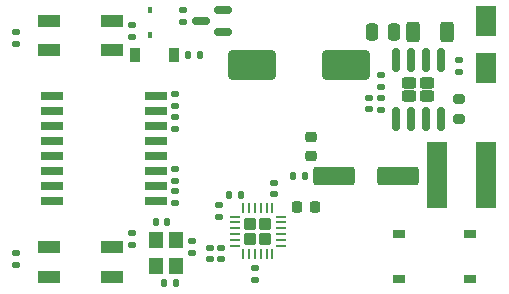
<source format=gtp>
G04 #@! TF.GenerationSoftware,KiCad,Pcbnew,(6.0.8)*
G04 #@! TF.CreationDate,2022-10-23T18:16:56+02:00*
G04 #@! TF.ProjectId,ethernet-pmod,65746865-726e-4657-942d-706d6f642e6b,rev?*
G04 #@! TF.SameCoordinates,Original*
G04 #@! TF.FileFunction,Paste,Top*
G04 #@! TF.FilePolarity,Positive*
%FSLAX46Y46*%
G04 Gerber Fmt 4.6, Leading zero omitted, Abs format (unit mm)*
G04 Created by KiCad (PCBNEW (6.0.8)) date 2022-10-23 18:16:56*
%MOMM*%
%LPD*%
G01*
G04 APERTURE LIST*
G04 Aperture macros list*
%AMRoundRect*
0 Rectangle with rounded corners*
0 $1 Rounding radius*
0 $2 $3 $4 $5 $6 $7 $8 $9 X,Y pos of 4 corners*
0 Add a 4 corners polygon primitive as box body*
4,1,4,$2,$3,$4,$5,$6,$7,$8,$9,$2,$3,0*
0 Add four circle primitives for the rounded corners*
1,1,$1+$1,$2,$3*
1,1,$1+$1,$4,$5*
1,1,$1+$1,$6,$7*
1,1,$1+$1,$8,$9*
0 Add four rect primitives between the rounded corners*
20,1,$1+$1,$2,$3,$4,$5,0*
20,1,$1+$1,$4,$5,$6,$7,0*
20,1,$1+$1,$6,$7,$8,$9,0*
20,1,$1+$1,$8,$9,$2,$3,0*%
G04 Aperture macros list end*
%ADD10RoundRect,0.140000X-0.140000X-0.170000X0.140000X-0.170000X0.140000X0.170000X-0.140000X0.170000X0*%
%ADD11RoundRect,0.140000X0.170000X-0.140000X0.170000X0.140000X-0.170000X0.140000X-0.170000X-0.140000X0*%
%ADD12RoundRect,0.200000X0.275000X-0.200000X0.275000X0.200000X-0.275000X0.200000X-0.275000X-0.200000X0*%
%ADD13RoundRect,0.135000X-0.185000X0.135000X-0.185000X-0.135000X0.185000X-0.135000X0.185000X0.135000X0*%
%ADD14RoundRect,0.140000X0.140000X0.170000X-0.140000X0.170000X-0.140000X-0.170000X0.140000X-0.170000X0*%
%ADD15RoundRect,0.150000X0.587500X0.150000X-0.587500X0.150000X-0.587500X-0.150000X0.587500X-0.150000X0*%
%ADD16RoundRect,0.250000X-1.750000X-1.000000X1.750000X-1.000000X1.750000X1.000000X-1.750000X1.000000X0*%
%ADD17RoundRect,0.250000X1.500000X0.550000X-1.500000X0.550000X-1.500000X-0.550000X1.500000X-0.550000X0*%
%ADD18RoundRect,0.135000X0.135000X0.185000X-0.135000X0.185000X-0.135000X-0.185000X0.135000X-0.185000X0*%
%ADD19R,1.800000X2.500000*%
%ADD20RoundRect,0.218750X0.218750X0.256250X-0.218750X0.256250X-0.218750X-0.256250X0.218750X-0.256250X0*%
%ADD21RoundRect,0.135000X0.185000X-0.135000X0.185000X0.135000X-0.185000X0.135000X-0.185000X-0.135000X0*%
%ADD22RoundRect,0.140000X-0.170000X0.140000X-0.170000X-0.140000X0.170000X-0.140000X0.170000X0.140000X0*%
%ADD23RoundRect,0.218750X0.256250X-0.218750X0.256250X0.218750X-0.256250X0.218750X-0.256250X-0.218750X0*%
%ADD24R,1.875000X1.050000*%
%ADD25R,1.800000X5.700000*%
%ADD26R,1.905000X0.635000*%
%ADD27RoundRect,0.250000X-0.312500X-0.625000X0.312500X-0.625000X0.312500X0.625000X-0.312500X0.625000X0*%
%ADD28R,1.000000X0.750000*%
%ADD29R,0.900000X1.200000*%
%ADD30RoundRect,0.240000X-0.385000X0.240000X-0.385000X-0.240000X0.385000X-0.240000X0.385000X0.240000X0*%
%ADD31RoundRect,0.150000X-0.150000X0.825000X-0.150000X-0.825000X0.150000X-0.825000X0.150000X0.825000X0*%
%ADD32RoundRect,0.250000X-0.275000X-0.275000X0.275000X-0.275000X0.275000X0.275000X-0.275000X0.275000X0*%
%ADD33RoundRect,0.062500X-0.350000X-0.062500X0.350000X-0.062500X0.350000X0.062500X-0.350000X0.062500X0*%
%ADD34RoundRect,0.062500X-0.062500X-0.350000X0.062500X-0.350000X0.062500X0.350000X-0.062500X0.350000X0*%
%ADD35R,0.450000X0.600000*%
%ADD36RoundRect,0.135000X-0.135000X-0.185000X0.135000X-0.185000X0.135000X0.185000X-0.135000X0.185000X0*%
%ADD37RoundRect,0.250000X0.250000X0.475000X-0.250000X0.475000X-0.250000X-0.475000X0.250000X-0.475000X0*%
%ADD38R,1.200000X1.400000*%
G04 APERTURE END LIST*
D10*
X141850000Y-106200000D03*
X142810000Y-106200000D03*
D11*
X159900000Y-96650000D03*
X159900000Y-95690000D03*
D12*
X167550000Y-97475000D03*
X167550000Y-95825000D03*
D13*
X143500000Y-103590000D03*
X143500000Y-104610000D03*
D14*
X143550000Y-111400000D03*
X142590000Y-111400000D03*
D15*
X147537500Y-90150000D03*
X147537500Y-88250000D03*
X145662500Y-89200000D03*
D16*
X150000000Y-92900000D03*
X158000000Y-92900000D03*
D11*
X147200000Y-105750000D03*
X147200000Y-104790000D03*
D17*
X162350000Y-102350000D03*
X156950000Y-102350000D03*
D18*
X149105000Y-103900000D03*
X148085000Y-103900000D03*
D19*
X169850000Y-93200000D03*
X169850000Y-89200000D03*
D20*
X155387500Y-104900000D03*
X153812500Y-104900000D03*
D13*
X130030000Y-90110000D03*
X130030000Y-91130000D03*
D21*
X143500000Y-102710000D03*
X143500000Y-101690000D03*
D22*
X139900000Y-107170000D03*
X139900000Y-108130000D03*
D21*
X143500000Y-96410000D03*
X143500000Y-95390000D03*
D23*
X155000000Y-100587500D03*
X155000000Y-99012500D03*
D24*
X138162500Y-110850000D03*
X132837500Y-110850000D03*
X138162500Y-108350000D03*
X132837500Y-108350000D03*
D21*
X144900000Y-108800000D03*
X144900000Y-107780000D03*
D25*
X169850000Y-102250000D03*
X165650000Y-102250000D03*
D11*
X151900000Y-103880000D03*
X151900000Y-102920000D03*
D26*
X141881500Y-104445000D03*
X141881500Y-103175000D03*
X141881500Y-101905000D03*
X141881500Y-100635000D03*
X141881500Y-99365000D03*
X141881500Y-98095000D03*
X141881500Y-96825000D03*
X141881500Y-95555000D03*
X133118500Y-95555000D03*
X133118500Y-96825000D03*
X133118500Y-98095000D03*
X133118500Y-99365000D03*
X133118500Y-100635000D03*
X133118500Y-101905000D03*
X133118500Y-103175000D03*
X133118500Y-104445000D03*
D21*
X130030000Y-109890000D03*
X130030000Y-108870000D03*
D11*
X167550000Y-93485000D03*
X167550000Y-92525000D03*
D21*
X160900000Y-94810000D03*
X160900000Y-93790000D03*
D27*
X163637500Y-90100000D03*
X166562500Y-90100000D03*
D22*
X147430000Y-108405000D03*
X147430000Y-109365000D03*
D28*
X168500000Y-111000000D03*
X162500000Y-111000000D03*
X162500000Y-107250000D03*
X168500000Y-107250000D03*
D21*
X139900000Y-90510000D03*
X139900000Y-89490000D03*
D22*
X150250000Y-110130000D03*
X150250000Y-111090000D03*
D29*
X140150000Y-92100000D03*
X143450000Y-92100000D03*
D30*
X163350000Y-95570000D03*
X164850000Y-95570000D03*
X164850000Y-94430000D03*
X163350000Y-94430000D03*
D31*
X166005000Y-92525000D03*
X164735000Y-92525000D03*
X163465000Y-92525000D03*
X162195000Y-92525000D03*
X162195000Y-97475000D03*
X163465000Y-97475000D03*
X164735000Y-97475000D03*
X166005000Y-97475000D03*
D32*
X149850000Y-107650000D03*
X149850000Y-106350000D03*
X151150000Y-106350000D03*
X151150000Y-107650000D03*
D33*
X148562500Y-105750000D03*
X148562500Y-106250000D03*
X148562500Y-106750000D03*
X148562500Y-107250000D03*
X148562500Y-107750000D03*
X148562500Y-108250000D03*
D34*
X149250000Y-108937500D03*
X149750000Y-108937500D03*
X150250000Y-108937500D03*
X150750000Y-108937500D03*
X151250000Y-108937500D03*
X151750000Y-108937500D03*
D33*
X152437500Y-108250000D03*
X152437500Y-107750000D03*
X152437500Y-107250000D03*
X152437500Y-106750000D03*
X152437500Y-106250000D03*
X152437500Y-105750000D03*
D34*
X151750000Y-105062500D03*
X151250000Y-105062500D03*
X150750000Y-105062500D03*
X150250000Y-105062500D03*
X149750000Y-105062500D03*
X149250000Y-105062500D03*
D21*
X144200000Y-89270000D03*
X144200000Y-88250000D03*
D35*
X141400000Y-90350000D03*
X141400000Y-88250000D03*
D21*
X160900000Y-96710000D03*
X160900000Y-95690000D03*
D24*
X138162500Y-91650000D03*
X132837500Y-91650000D03*
X138162500Y-89150000D03*
X132837500Y-89150000D03*
D36*
X144590000Y-92100000D03*
X145610000Y-92100000D03*
D22*
X146480000Y-108405000D03*
X146480000Y-109365000D03*
D36*
X153490000Y-102350000D03*
X154510000Y-102350000D03*
D37*
X162050000Y-90100000D03*
X160150000Y-90100000D03*
D38*
X141850000Y-107700000D03*
X141850000Y-109900000D03*
X143550000Y-109900000D03*
X143550000Y-107700000D03*
D13*
X143500000Y-97290000D03*
X143500000Y-98310000D03*
M02*

</source>
